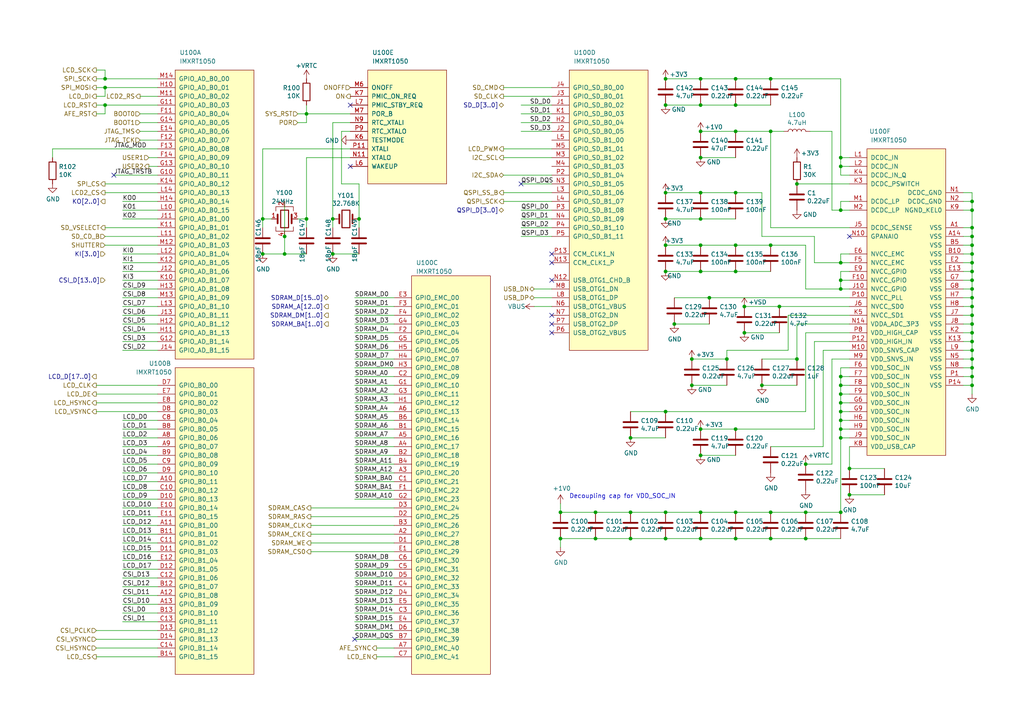
<source format=kicad_sch>
(kicad_sch (version 20210126) (generator eeschema)
  (paper "A4")
  (title_block (title "SitinaNe") (rev "R0.2") (company "Wenting"))
  (junction (at 30.48 22.86) (diameter 0.9144))
  (junction (at 30.48 25.4) (diameter 0.9144))
  (junction (at 30.48 30.48) (diameter 0.9144))
  (junction (at 76.2 63.5) (diameter 0.9144))
  (junction (at 76.2 73.66) (diameter 0.9144))
  (junction (at 82.55 68.58) (diameter 0.9144))
  (junction (at 82.55 73.66) (diameter 0.9144))
  (junction (at 88.9 33.02) (diameter 0.9144))
  (junction (at 88.9 63.5) (diameter 0.9144))
  (junction (at 96.52 63.5) (diameter 0.9144))
  (junction (at 96.52 73.66) (diameter 0.9144))
  (junction (at 104.14 63.5) (diameter 0.9144))
  (junction (at 162.56 148.59) (diameter 0.9144))
  (junction (at 162.56 156.21) (diameter 0.9144))
  (junction (at 172.72 148.59) (diameter 0.9144))
  (junction (at 172.72 156.21) (diameter 0.9144))
  (junction (at 182.88 127) (diameter 0.9144))
  (junction (at 182.88 148.59) (diameter 0.9144))
  (junction (at 182.88 156.21) (diameter 0.9144))
  (junction (at 193.04 22.86) (diameter 0.9144))
  (junction (at 193.04 30.48) (diameter 0.9144))
  (junction (at 193.04 55.88) (diameter 0.9144))
  (junction (at 193.04 63.5) (diameter 0.9144))
  (junction (at 193.04 71.12) (diameter 0.9144))
  (junction (at 193.04 78.74) (diameter 0.9144))
  (junction (at 193.04 119.38) (diameter 0.9144))
  (junction (at 193.04 148.59) (diameter 0.9144))
  (junction (at 193.04 156.21) (diameter 0.9144))
  (junction (at 195.58 93.98) (diameter 0.9144))
  (junction (at 200.66 104.14) (diameter 0.9144))
  (junction (at 200.66 111.76) (diameter 0.9144))
  (junction (at 203.2 22.86) (diameter 0.9144))
  (junction (at 203.2 30.48) (diameter 0.9144))
  (junction (at 203.2 38.1) (diameter 0.9144))
  (junction (at 203.2 45.72) (diameter 0.9144))
  (junction (at 203.2 55.88) (diameter 0.9144))
  (junction (at 203.2 63.5) (diameter 0.9144))
  (junction (at 203.2 71.12) (diameter 0.9144))
  (junction (at 203.2 78.74) (diameter 0.9144))
  (junction (at 203.2 124.46) (diameter 0.9144))
  (junction (at 203.2 132.08) (diameter 0.9144))
  (junction (at 203.2 148.59) (diameter 0.9144))
  (junction (at 203.2 156.21) (diameter 0.9144))
  (junction (at 205.74 86.36) (diameter 0.9144))
  (junction (at 210.82 104.14) (diameter 0.9144))
  (junction (at 213.36 22.86) (diameter 0.9144))
  (junction (at 213.36 30.48) (diameter 0.9144))
  (junction (at 213.36 38.1) (diameter 0.9144))
  (junction (at 213.36 55.88) (diameter 0.9144))
  (junction (at 213.36 71.12) (diameter 0.9144))
  (junction (at 213.36 78.74) (diameter 0.9144))
  (junction (at 213.36 124.46) (diameter 0.9144))
  (junction (at 213.36 148.59) (diameter 0.9144))
  (junction (at 213.36 156.21) (diameter 0.9144))
  (junction (at 215.9 88.9) (diameter 0.9144))
  (junction (at 215.9 96.52) (diameter 0.9144))
  (junction (at 220.98 111.76) (diameter 0.9144))
  (junction (at 223.52 22.86) (diameter 0.9144))
  (junction (at 223.52 38.1) (diameter 0.9144))
  (junction (at 223.52 71.12) (diameter 0.9144))
  (junction (at 223.52 148.59) (diameter 0.9144))
  (junction (at 223.52 156.21) (diameter 0.9144))
  (junction (at 226.06 88.9) (diameter 0.9144))
  (junction (at 231.14 53.34) (diameter 0.9144))
  (junction (at 231.14 104.14) (diameter 0.9144))
  (junction (at 233.68 134.62) (diameter 0.9144))
  (junction (at 233.68 148.59) (diameter 0.9144))
  (junction (at 233.68 156.21) (diameter 0.9144))
  (junction (at 243.84 45.72) (diameter 0.9144))
  (junction (at 243.84 48.26) (diameter 0.9144))
  (junction (at 243.84 60.96) (diameter 0.9144))
  (junction (at 243.84 76.2) (diameter 0.9144))
  (junction (at 243.84 81.28) (diameter 0.9144))
  (junction (at 243.84 83.82) (diameter 0.9144))
  (junction (at 243.84 109.22) (diameter 0.9144))
  (junction (at 243.84 111.76) (diameter 0.9144))
  (junction (at 243.84 114.3) (diameter 0.9144))
  (junction (at 243.84 116.84) (diameter 0.9144))
  (junction (at 243.84 119.38) (diameter 0.9144))
  (junction (at 243.84 121.92) (diameter 0.9144))
  (junction (at 243.84 124.46) (diameter 0.9144))
  (junction (at 243.84 127) (diameter 0.9144))
  (junction (at 243.84 148.59) (diameter 0.9144))
  (junction (at 246.38 135.89) (diameter 0.9144))
  (junction (at 246.38 143.51) (diameter 0.9144))
  (junction (at 281.94 58.42) (diameter 0.9144))
  (junction (at 281.94 60.96) (diameter 0.9144))
  (junction (at 281.94 66.04) (diameter 0.9144))
  (junction (at 281.94 68.58) (diameter 0.9144))
  (junction (at 281.94 71.12) (diameter 0.9144))
  (junction (at 281.94 73.66) (diameter 0.9144))
  (junction (at 281.94 76.2) (diameter 0.9144))
  (junction (at 281.94 78.74) (diameter 0.9144))
  (junction (at 281.94 81.28) (diameter 0.9144))
  (junction (at 281.94 83.82) (diameter 0.9144))
  (junction (at 281.94 86.36) (diameter 0.9144))
  (junction (at 281.94 88.9) (diameter 0.9144))
  (junction (at 281.94 91.44) (diameter 0.9144))
  (junction (at 281.94 93.98) (diameter 0.9144))
  (junction (at 281.94 96.52) (diameter 0.9144))
  (junction (at 281.94 99.06) (diameter 0.9144))
  (junction (at 281.94 101.6) (diameter 0.9144))
  (junction (at 281.94 104.14) (diameter 0.9144))
  (junction (at 281.94 106.68) (diameter 0.9144))
  (junction (at 281.94 109.22) (diameter 0.9144))
  (junction (at 281.94 111.76) (diameter 0.9144))
  (no_connect (at 33.02 50.8))
  (no_connect (at 101.6 30.48))
  (no_connect (at 101.6 48.26))
  (no_connect (at 102.87 185.42))
  (no_connect (at 151.13 53.34))
  (no_connect (at 160.02 73.66))
  (no_connect (at 160.02 76.2))
  (no_connect (at 160.02 81.28))
  (no_connect (at 160.02 91.44))
  (no_connect (at 160.02 93.98))
  (no_connect (at 160.02 96.52))
  (no_connect (at 246.38 68.58))
  (wire (pts (xy 15.24 43.18) (xy 15.24 45.72)))
  (wire (pts (xy 15.24 43.18) (xy 45.72 43.18)))
  (wire (pts (xy 27.94 20.32) (xy 30.48 20.32)))
  (wire (pts (xy 27.94 22.86) (xy 30.48 22.86)))
  (wire (pts (xy 27.94 25.4) (xy 30.48 25.4)))
  (wire (pts (xy 27.94 27.94) (xy 30.48 27.94)))
  (wire (pts (xy 27.94 30.48) (xy 30.48 30.48)))
  (wire (pts (xy 27.94 33.02) (xy 30.48 33.02)))
  (wire (pts (xy 27.94 111.76) (xy 45.72 111.76)))
  (wire (pts (xy 27.94 114.3) (xy 45.72 114.3)))
  (wire (pts (xy 27.94 116.84) (xy 45.72 116.84)))
  (wire (pts (xy 27.94 119.38) (xy 45.72 119.38)))
  (wire (pts (xy 27.94 182.88) (xy 45.72 182.88)))
  (wire (pts (xy 27.94 185.42) (xy 45.72 185.42)))
  (wire (pts (xy 27.94 187.96) (xy 45.72 187.96)))
  (wire (pts (xy 30.48 20.32) (xy 30.48 22.86)))
  (wire (pts (xy 30.48 22.86) (xy 45.72 22.86)))
  (wire (pts (xy 30.48 25.4) (xy 45.72 25.4)))
  (wire (pts (xy 30.48 27.94) (xy 30.48 25.4)))
  (wire (pts (xy 30.48 30.48) (xy 30.48 33.02)))
  (wire (pts (xy 30.48 30.48) (xy 45.72 30.48)))
  (wire (pts (xy 30.48 53.34) (xy 45.72 53.34)))
  (wire (pts (xy 30.48 55.88) (xy 45.72 55.88)))
  (wire (pts (xy 30.48 66.04) (xy 45.72 66.04)))
  (wire (pts (xy 30.48 68.58) (xy 45.72 68.58)))
  (wire (pts (xy 30.48 71.12) (xy 45.72 71.12)))
  (wire (pts (xy 33.02 50.8) (xy 45.72 50.8)))
  (wire (pts (xy 35.56 58.42) (xy 45.72 58.42)))
  (wire (pts (xy 35.56 60.96) (xy 45.72 60.96)))
  (wire (pts (xy 35.56 63.5) (xy 45.72 63.5)))
  (wire (pts (xy 35.56 73.66) (xy 45.72 73.66)))
  (wire (pts (xy 35.56 76.2) (xy 45.72 76.2)))
  (wire (pts (xy 35.56 78.74) (xy 45.72 78.74)))
  (wire (pts (xy 35.56 81.28) (xy 45.72 81.28)))
  (wire (pts (xy 35.56 83.82) (xy 45.72 83.82)))
  (wire (pts (xy 35.56 86.36) (xy 45.72 86.36)))
  (wire (pts (xy 35.56 88.9) (xy 45.72 88.9)))
  (wire (pts (xy 35.56 91.44) (xy 45.72 91.44)))
  (wire (pts (xy 35.56 93.98) (xy 45.72 93.98)))
  (wire (pts (xy 35.56 96.52) (xy 45.72 96.52)))
  (wire (pts (xy 35.56 99.06) (xy 45.72 99.06)))
  (wire (pts (xy 35.56 101.6) (xy 45.72 101.6)))
  (wire (pts (xy 35.56 121.92) (xy 45.72 121.92)))
  (wire (pts (xy 35.56 124.46) (xy 45.72 124.46)))
  (wire (pts (xy 35.56 127) (xy 45.72 127)))
  (wire (pts (xy 35.56 129.54) (xy 45.72 129.54)))
  (wire (pts (xy 35.56 132.08) (xy 45.72 132.08)))
  (wire (pts (xy 35.56 134.62) (xy 45.72 134.62)))
  (wire (pts (xy 35.56 137.16) (xy 45.72 137.16)))
  (wire (pts (xy 35.56 139.7) (xy 45.72 139.7)))
  (wire (pts (xy 35.56 142.24) (xy 45.72 142.24)))
  (wire (pts (xy 35.56 144.78) (xy 45.72 144.78)))
  (wire (pts (xy 35.56 147.32) (xy 45.72 147.32)))
  (wire (pts (xy 35.56 149.86) (xy 45.72 149.86)))
  (wire (pts (xy 35.56 152.4) (xy 45.72 152.4)))
  (wire (pts (xy 35.56 154.94) (xy 45.72 154.94)))
  (wire (pts (xy 35.56 157.48) (xy 45.72 157.48)))
  (wire (pts (xy 35.56 160.02) (xy 45.72 160.02)))
  (wire (pts (xy 35.56 162.56) (xy 45.72 162.56)))
  (wire (pts (xy 35.56 165.1) (xy 45.72 165.1)))
  (wire (pts (xy 35.56 167.64) (xy 45.72 167.64)))
  (wire (pts (xy 35.56 170.18) (xy 45.72 170.18)))
  (wire (pts (xy 35.56 172.72) (xy 45.72 172.72)))
  (wire (pts (xy 35.56 175.26) (xy 45.72 175.26)))
  (wire (pts (xy 35.56 177.8) (xy 45.72 177.8)))
  (wire (pts (xy 35.56 180.34) (xy 45.72 180.34)))
  (wire (pts (xy 40.64 27.94) (xy 45.72 27.94)))
  (wire (pts (xy 40.64 33.02) (xy 45.72 33.02)))
  (wire (pts (xy 40.64 35.56) (xy 45.72 35.56)))
  (wire (pts (xy 40.64 38.1) (xy 45.72 38.1)))
  (wire (pts (xy 40.64 40.64) (xy 45.72 40.64)))
  (wire (pts (xy 43.18 45.72) (xy 45.72 45.72)))
  (wire (pts (xy 43.18 48.26) (xy 45.72 48.26)))
  (wire (pts (xy 45.72 190.5) (xy 27.94 190.5)))
  (wire (pts (xy 76.2 43.18) (xy 76.2 63.5)))
  (wire (pts (xy 76.2 43.18) (xy 101.6 43.18)))
  (wire (pts (xy 76.2 66.04) (xy 76.2 63.5)))
  (wire (pts (xy 78.74 63.5) (xy 76.2 63.5)))
  (wire (pts (xy 82.55 58.42) (xy 82.55 68.58)))
  (wire (pts (xy 82.55 68.58) (xy 82.55 73.66)))
  (wire (pts (xy 82.55 73.66) (xy 76.2 73.66)))
  (wire (pts (xy 86.36 33.02) (xy 88.9 33.02)))
  (wire (pts (xy 86.36 35.56) (xy 88.9 35.56)))
  (wire (pts (xy 86.36 63.5) (xy 88.9 63.5)))
  (wire (pts (xy 88.9 30.48) (xy 88.9 33.02)))
  (wire (pts (xy 88.9 33.02) (xy 101.6 33.02)))
  (wire (pts (xy 88.9 35.56) (xy 88.9 33.02)))
  (wire (pts (xy 88.9 45.72) (xy 88.9 63.5)))
  (wire (pts (xy 88.9 45.72) (xy 101.6 45.72)))
  (wire (pts (xy 88.9 63.5) (xy 88.9 66.04)))
  (wire (pts (xy 88.9 73.66) (xy 82.55 73.66)))
  (wire (pts (xy 90.17 147.32) (xy 114.3 147.32)))
  (wire (pts (xy 90.17 149.86) (xy 114.3 149.86)))
  (wire (pts (xy 90.17 152.4) (xy 114.3 152.4)))
  (wire (pts (xy 90.17 154.94) (xy 114.3 154.94)))
  (wire (pts (xy 90.17 157.48) (xy 114.3 157.48)))
  (wire (pts (xy 90.17 160.02) (xy 114.3 160.02)))
  (wire (pts (xy 96.52 35.56) (xy 96.52 63.5)))
  (wire (pts (xy 96.52 35.56) (xy 101.6 35.56)))
  (wire (pts (xy 96.52 66.04) (xy 96.52 63.5)))
  (wire (pts (xy 99.06 38.1) (xy 101.6 38.1)))
  (wire (pts (xy 99.06 53.34) (xy 99.06 38.1)))
  (wire (pts (xy 102.87 86.36) (xy 114.3 86.36)))
  (wire (pts (xy 102.87 88.9) (xy 114.3 88.9)))
  (wire (pts (xy 102.87 91.44) (xy 114.3 91.44)))
  (wire (pts (xy 102.87 93.98) (xy 114.3 93.98)))
  (wire (pts (xy 102.87 96.52) (xy 114.3 96.52)))
  (wire (pts (xy 102.87 99.06) (xy 114.3 99.06)))
  (wire (pts (xy 102.87 101.6) (xy 114.3 101.6)))
  (wire (pts (xy 102.87 104.14) (xy 114.3 104.14)))
  (wire (pts (xy 102.87 106.68) (xy 114.3 106.68)))
  (wire (pts (xy 102.87 109.22) (xy 114.3 109.22)))
  (wire (pts (xy 102.87 111.76) (xy 114.3 111.76)))
  (wire (pts (xy 102.87 114.3) (xy 114.3 114.3)))
  (wire (pts (xy 102.87 116.84) (xy 114.3 116.84)))
  (wire (pts (xy 102.87 119.38) (xy 114.3 119.38)))
  (wire (pts (xy 102.87 121.92) (xy 114.3 121.92)))
  (wire (pts (xy 102.87 124.46) (xy 114.3 124.46)))
  (wire (pts (xy 102.87 127) (xy 114.3 127)))
  (wire (pts (xy 102.87 129.54) (xy 114.3 129.54)))
  (wire (pts (xy 102.87 132.08) (xy 114.3 132.08)))
  (wire (pts (xy 102.87 134.62) (xy 114.3 134.62)))
  (wire (pts (xy 102.87 137.16) (xy 114.3 137.16)))
  (wire (pts (xy 102.87 139.7) (xy 114.3 139.7)))
  (wire (pts (xy 102.87 142.24) (xy 114.3 142.24)))
  (wire (pts (xy 102.87 144.78) (xy 114.3 144.78)))
  (wire (pts (xy 102.87 162.56) (xy 114.3 162.56)))
  (wire (pts (xy 102.87 165.1) (xy 114.3 165.1)))
  (wire (pts (xy 102.87 167.64) (xy 114.3 167.64)))
  (wire (pts (xy 102.87 170.18) (xy 114.3 170.18)))
  (wire (pts (xy 102.87 172.72) (xy 114.3 172.72)))
  (wire (pts (xy 102.87 175.26) (xy 114.3 175.26)))
  (wire (pts (xy 102.87 177.8) (xy 114.3 177.8)))
  (wire (pts (xy 102.87 180.34) (xy 114.3 180.34)))
  (wire (pts (xy 102.87 182.88) (xy 114.3 182.88)))
  (wire (pts (xy 102.87 185.42) (xy 114.3 185.42)))
  (wire (pts (xy 104.14 53.34) (xy 99.06 53.34)))
  (wire (pts (xy 104.14 63.5) (xy 104.14 53.34)))
  (wire (pts (xy 104.14 66.04) (xy 104.14 63.5)))
  (wire (pts (xy 104.14 73.66) (xy 96.52 73.66)))
  (wire (pts (xy 109.22 187.96) (xy 114.3 187.96)))
  (wire (pts (xy 109.22 190.5) (xy 114.3 190.5)))
  (wire (pts (xy 146.05 25.4) (xy 160.02 25.4)))
  (wire (pts (xy 146.05 27.94) (xy 160.02 27.94)))
  (wire (pts (xy 146.05 43.18) (xy 160.02 43.18)))
  (wire (pts (xy 146.05 45.72) (xy 160.02 45.72)))
  (wire (pts (xy 146.05 50.8) (xy 160.02 50.8)))
  (wire (pts (xy 146.05 55.88) (xy 160.02 55.88)))
  (wire (pts (xy 146.05 58.42) (xy 160.02 58.42)))
  (wire (pts (xy 151.13 30.48) (xy 160.02 30.48)))
  (wire (pts (xy 151.13 33.02) (xy 160.02 33.02)))
  (wire (pts (xy 151.13 35.56) (xy 160.02 35.56)))
  (wire (pts (xy 151.13 38.1) (xy 160.02 38.1)))
  (wire (pts (xy 151.13 53.34) (xy 160.02 53.34)))
  (wire (pts (xy 151.13 60.96) (xy 160.02 60.96)))
  (wire (pts (xy 151.13 63.5) (xy 160.02 63.5)))
  (wire (pts (xy 151.13 66.04) (xy 160.02 66.04)))
  (wire (pts (xy 151.13 68.58) (xy 160.02 68.58)))
  (wire (pts (xy 154.94 83.82) (xy 160.02 83.82)))
  (wire (pts (xy 154.94 86.36) (xy 160.02 86.36)))
  (wire (pts (xy 154.94 88.9) (xy 160.02 88.9)))
  (wire (pts (xy 162.56 148.59) (xy 162.56 146.05)))
  (wire (pts (xy 162.56 148.59) (xy 172.72 148.59)))
  (wire (pts (xy 162.56 158.75) (xy 162.56 156.21)))
  (wire (pts (xy 172.72 148.59) (xy 182.88 148.59)))
  (wire (pts (xy 172.72 156.21) (xy 162.56 156.21)))
  (wire (pts (xy 182.88 148.59) (xy 193.04 148.59)))
  (wire (pts (xy 182.88 156.21) (xy 172.72 156.21)))
  (wire (pts (xy 193.04 22.86) (xy 203.2 22.86)))
  (wire (pts (xy 193.04 30.48) (xy 203.2 30.48)))
  (wire (pts (xy 193.04 55.88) (xy 203.2 55.88)))
  (wire (pts (xy 193.04 63.5) (xy 203.2 63.5)))
  (wire (pts (xy 193.04 71.12) (xy 203.2 71.12)))
  (wire (pts (xy 193.04 78.74) (xy 203.2 78.74)))
  (wire (pts (xy 193.04 119.38) (xy 182.88 119.38)))
  (wire (pts (xy 193.04 119.38) (xy 233.68 119.38)))
  (wire (pts (xy 193.04 127) (xy 182.88 127)))
  (wire (pts (xy 193.04 148.59) (xy 203.2 148.59)))
  (wire (pts (xy 193.04 156.21) (xy 182.88 156.21)))
  (wire (pts (xy 195.58 86.36) (xy 205.74 86.36)))
  (wire (pts (xy 203.2 22.86) (xy 213.36 22.86)))
  (wire (pts (xy 203.2 30.48) (xy 213.36 30.48)))
  (wire (pts (xy 203.2 38.1) (xy 213.36 38.1)))
  (wire (pts (xy 203.2 55.88) (xy 213.36 55.88)))
  (wire (pts (xy 203.2 63.5) (xy 213.36 63.5)))
  (wire (pts (xy 203.2 71.12) (xy 213.36 71.12)))
  (wire (pts (xy 203.2 78.74) (xy 213.36 78.74)))
  (wire (pts (xy 203.2 148.59) (xy 213.36 148.59)))
  (wire (pts (xy 203.2 156.21) (xy 193.04 156.21)))
  (wire (pts (xy 205.74 86.36) (xy 246.38 86.36)))
  (wire (pts (xy 205.74 93.98) (xy 195.58 93.98)))
  (wire (pts (xy 210.82 101.6) (xy 210.82 104.14)))
  (wire (pts (xy 210.82 101.6) (xy 228.6 101.6)))
  (wire (pts (xy 210.82 104.14) (xy 200.66 104.14)))
  (wire (pts (xy 210.82 111.76) (xy 200.66 111.76)))
  (wire (pts (xy 213.36 22.86) (xy 223.52 22.86)))
  (wire (pts (xy 213.36 30.48) (xy 223.52 30.48)))
  (wire (pts (xy 213.36 38.1) (xy 223.52 38.1)))
  (wire (pts (xy 213.36 45.72) (xy 203.2 45.72)))
  (wire (pts (xy 213.36 55.88) (xy 220.98 55.88)))
  (wire (pts (xy 213.36 71.12) (xy 223.52 71.12)))
  (wire (pts (xy 213.36 78.74) (xy 223.52 78.74)))
  (wire (pts (xy 213.36 124.46) (xy 203.2 124.46)))
  (wire (pts (xy 213.36 124.46) (xy 236.22 124.46)))
  (wire (pts (xy 213.36 132.08) (xy 203.2 132.08)))
  (wire (pts (xy 213.36 148.59) (xy 223.52 148.59)))
  (wire (pts (xy 213.36 156.21) (xy 203.2 156.21)))
  (wire (pts (xy 220.98 55.88) (xy 220.98 68.58)))
  (wire (pts (xy 220.98 68.58) (xy 236.22 68.58)))
  (wire (pts (xy 220.98 104.14) (xy 231.14 104.14)))
  (wire (pts (xy 223.52 22.86) (xy 243.84 22.86)))
  (wire (pts (xy 223.52 38.1) (xy 223.52 66.04)))
  (wire (pts (xy 223.52 38.1) (xy 227.33 38.1)))
  (wire (pts (xy 223.52 66.04) (xy 246.38 66.04)))
  (wire (pts (xy 223.52 71.12) (xy 233.68 71.12)))
  (wire (pts (xy 223.52 129.54) (xy 238.76 129.54)))
  (wire (pts (xy 223.52 148.59) (xy 233.68 148.59)))
  (wire (pts (xy 223.52 156.21) (xy 213.36 156.21)))
  (wire (pts (xy 226.06 88.9) (xy 215.9 88.9)))
  (wire (pts (xy 226.06 96.52) (xy 215.9 96.52)))
  (wire (pts (xy 228.6 101.6) (xy 228.6 91.44)))
  (wire (pts (xy 231.14 53.34) (xy 246.38 53.34)))
  (wire (pts (xy 231.14 104.14) (xy 231.14 93.98)))
  (wire (pts (xy 231.14 111.76) (xy 220.98 111.76)))
  (wire (pts (xy 233.68 71.12) (xy 233.68 83.82)))
  (wire (pts (xy 233.68 83.82) (xy 243.84 83.82)))
  (wire (pts (xy 233.68 96.52) (xy 233.68 119.38)))
  (wire (pts (xy 233.68 134.62) (xy 241.3 134.62)))
  (wire (pts (xy 233.68 148.59) (xy 243.84 148.59)))
  (wire (pts (xy 233.68 156.21) (xy 223.52 156.21)))
  (wire (pts (xy 234.95 38.1) (xy 241.3 38.1)))
  (wire (pts (xy 236.22 68.58) (xy 236.22 76.2)))
  (wire (pts (xy 236.22 76.2) (xy 243.84 76.2)))
  (wire (pts (xy 236.22 99.06) (xy 236.22 124.46)))
  (wire (pts (xy 238.76 101.6) (xy 238.76 129.54)))
  (wire (pts (xy 238.76 101.6) (xy 246.38 101.6)))
  (wire (pts (xy 241.3 38.1) (xy 241.3 60.96)))
  (wire (pts (xy 241.3 104.14) (xy 241.3 134.62)))
  (wire (pts (xy 243.84 22.86) (xy 243.84 45.72)))
  (wire (pts (xy 243.84 45.72) (xy 243.84 48.26)))
  (wire (pts (xy 243.84 48.26) (xy 243.84 50.8)))
  (wire (pts (xy 243.84 60.96) (xy 241.3 60.96)))
  (wire (pts (xy 243.84 60.96) (xy 243.84 58.42)))
  (wire (pts (xy 243.84 60.96) (xy 246.38 60.96)))
  (wire (pts (xy 243.84 73.66) (xy 243.84 76.2)))
  (wire (pts (xy 243.84 78.74) (xy 243.84 81.28)))
  (wire (pts (xy 243.84 81.28) (xy 243.84 83.82)))
  (wire (pts (xy 243.84 83.82) (xy 246.38 83.82)))
  (wire (pts (xy 243.84 106.68) (xy 243.84 109.22)))
  (wire (pts (xy 243.84 109.22) (xy 243.84 111.76)))
  (wire (pts (xy 243.84 111.76) (xy 243.84 114.3)))
  (wire (pts (xy 243.84 114.3) (xy 243.84 116.84)))
  (wire (pts (xy 243.84 116.84) (xy 243.84 119.38)))
  (wire (pts (xy 243.84 119.38) (xy 243.84 121.92)))
  (wire (pts (xy 243.84 121.92) (xy 243.84 124.46)))
  (wire (pts (xy 243.84 124.46) (xy 243.84 127)))
  (wire (pts (xy 243.84 127) (xy 243.84 148.59)))
  (wire (pts (xy 243.84 156.21) (xy 233.68 156.21)))
  (wire (pts (xy 246.38 45.72) (xy 243.84 45.72)))
  (wire (pts (xy 246.38 48.26) (xy 243.84 48.26)))
  (wire (pts (xy 246.38 50.8) (xy 243.84 50.8)))
  (wire (pts (xy 246.38 58.42) (xy 243.84 58.42)))
  (wire (pts (xy 246.38 73.66) (xy 243.84 73.66)))
  (wire (pts (xy 246.38 76.2) (xy 243.84 76.2)))
  (wire (pts (xy 246.38 78.74) (xy 243.84 78.74)))
  (wire (pts (xy 246.38 81.28) (xy 243.84 81.28)))
  (wire (pts (xy 246.38 88.9) (xy 226.06 88.9)))
  (wire (pts (xy 246.38 91.44) (xy 228.6 91.44)))
  (wire (pts (xy 246.38 93.98) (xy 231.14 93.98)))
  (wire (pts (xy 246.38 96.52) (xy 233.68 96.52)))
  (wire (pts (xy 246.38 99.06) (xy 236.22 99.06)))
  (wire (pts (xy 246.38 104.14) (xy 241.3 104.14)))
  (wire (pts (xy 246.38 106.68) (xy 243.84 106.68)))
  (wire (pts (xy 246.38 109.22) (xy 243.84 109.22)))
  (wire (pts (xy 246.38 111.76) (xy 243.84 111.76)))
  (wire (pts (xy 246.38 114.3) (xy 243.84 114.3)))
  (wire (pts (xy 246.38 116.84) (xy 243.84 116.84)))
  (wire (pts (xy 246.38 119.38) (xy 243.84 119.38)))
  (wire (pts (xy 246.38 121.92) (xy 243.84 121.92)))
  (wire (pts (xy 246.38 124.46) (xy 243.84 124.46)))
  (wire (pts (xy 246.38 127) (xy 243.84 127)))
  (wire (pts (xy 246.38 129.54) (xy 246.38 135.89)))
  (wire (pts (xy 246.38 135.89) (xy 256.54 135.89)))
  (wire (pts (xy 256.54 143.51) (xy 246.38 143.51)))
  (wire (pts (xy 279.4 55.88) (xy 281.94 55.88)))
  (wire (pts (xy 279.4 58.42) (xy 281.94 58.42)))
  (wire (pts (xy 279.4 60.96) (xy 281.94 60.96)))
  (wire (pts (xy 279.4 66.04) (xy 281.94 66.04)))
  (wire (pts (xy 279.4 68.58) (xy 281.94 68.58)))
  (wire (pts (xy 279.4 71.12) (xy 281.94 71.12)))
  (wire (pts (xy 279.4 73.66) (xy 281.94 73.66)))
  (wire (pts (xy 279.4 76.2) (xy 281.94 76.2)))
  (wire (pts (xy 279.4 78.74) (xy 281.94 78.74)))
  (wire (pts (xy 279.4 81.28) (xy 281.94 81.28)))
  (wire (pts (xy 279.4 83.82) (xy 281.94 83.82)))
  (wire (pts (xy 279.4 86.36) (xy 281.94 86.36)))
  (wire (pts (xy 279.4 88.9) (xy 281.94 88.9)))
  (wire (pts (xy 279.4 91.44) (xy 281.94 91.44)))
  (wire (pts (xy 279.4 93.98) (xy 281.94 93.98)))
  (wire (pts (xy 279.4 96.52) (xy 281.94 96.52)))
  (wire (pts (xy 279.4 99.06) (xy 281.94 99.06)))
  (wire (pts (xy 279.4 101.6) (xy 281.94 101.6)))
  (wire (pts (xy 279.4 104.14) (xy 281.94 104.14)))
  (wire (pts (xy 279.4 106.68) (xy 281.94 106.68)))
  (wire (pts (xy 279.4 109.22) (xy 281.94 109.22)))
  (wire (pts (xy 279.4 111.76) (xy 281.94 111.76)))
  (wire (pts (xy 281.94 55.88) (xy 281.94 58.42)))
  (wire (pts (xy 281.94 58.42) (xy 281.94 60.96)))
  (wire (pts (xy 281.94 60.96) (xy 281.94 66.04)))
  (wire (pts (xy 281.94 66.04) (xy 281.94 68.58)))
  (wire (pts (xy 281.94 68.58) (xy 281.94 71.12)))
  (wire (pts (xy 281.94 71.12) (xy 281.94 73.66)))
  (wire (pts (xy 281.94 73.66) (xy 281.94 76.2)))
  (wire (pts (xy 281.94 76.2) (xy 281.94 78.74)))
  (wire (pts (xy 281.94 78.74) (xy 281.94 81.28)))
  (wire (pts (xy 281.94 81.28) (xy 281.94 83.82)))
  (wire (pts (xy 281.94 83.82) (xy 281.94 86.36)))
  (wire (pts (xy 281.94 86.36) (xy 281.94 88.9)))
  (wire (pts (xy 281.94 88.9) (xy 281.94 91.44)))
  (wire (pts (xy 281.94 91.44) (xy 281.94 93.98)))
  (wire (pts (xy 281.94 93.98) (xy 281.94 96.52)))
  (wire (pts (xy 281.94 96.52) (xy 281.94 99.06)))
  (wire (pts (xy 281.94 99.06) (xy 281.94 101.6)))
  (wire (pts (xy 281.94 101.6) (xy 281.94 104.14)))
  (wire (pts (xy 281.94 104.14) (xy 281.94 106.68)))
  (wire (pts (xy 281.94 106.68) (xy 281.94 109.22)))
  (wire (pts (xy 281.94 109.22) (xy 281.94 111.76)))
  (wire (pts (xy 281.94 111.76) (xy 281.94 114.3)))
  (text "Decoupling cap for VDD_SOC_IN" (at 165.1 144.78 0) (effects (font (size 1.27 1.27)) (justify left bottom)))
  (label "JTAG_MOD" (at 33.02 43.18 0))
  (label "JTAG_TRSTB" (at 33.02 50.8 0))
  (label "KO0" (at 35.56 58.42 0))
  (label "KO1" (at 35.56 60.96 0))
  (label "KO2" (at 35.56 63.5 0))
  (label "KI0" (at 35.56 73.66 0))
  (label "KI1" (at 35.56 76.2 0))
  (label "KI2" (at 35.56 78.74 0))
  (label "KI3" (at 35.56 81.28 0))
  (label "CSI_D9" (at 35.56 83.82 0))
  (label "CSI_D8" (at 35.56 86.36 0))
  (label "CSI_D7" (at 35.56 88.9 0))
  (label "CSI_D6" (at 35.56 91.44 0))
  (label "CSI_D5" (at 35.56 93.98 0))
  (label "CSI_D4" (at 35.56 96.52 0))
  (label "CSI_D3" (at 35.56 99.06 0))
  (label "CSI_D2" (at 35.56 101.6 0))
  (label "LCD_D0" (at 35.56 121.92 0))
  (label "LCD_D1" (at 35.56 124.46 0))
  (label "LCD_D2" (at 35.56 127 0))
  (label "LCD_D3" (at 35.56 129.54 0))
  (label "LCD_D4" (at 35.56 132.08 0))
  (label "LCD_D5" (at 35.56 134.62 0))
  (label "LCD_D6" (at 35.56 137.16 0))
  (label "LCD_D7" (at 35.56 139.7 0))
  (label "LCD_D8" (at 35.56 142.24 0))
  (label "LCD_D9" (at 35.56 144.78 0))
  (label "LCD_D10" (at 35.56 147.32 0))
  (label "LCD_D11" (at 35.56 149.86 0))
  (label "LCD_D12" (at 35.56 152.4 0))
  (label "LCD_D13" (at 35.56 154.94 0))
  (label "LCD_D14" (at 35.56 157.48 0))
  (label "LCD_D15" (at 35.56 160.02 0))
  (label "LCD_D16" (at 35.56 162.56 0))
  (label "LCD_D17" (at 35.56 165.1 0))
  (label "CSI_D13" (at 35.56 167.64 0))
  (label "CSI_D12" (at 35.56 170.18 0))
  (label "CSI_D11" (at 35.56 172.72 0))
  (label "CSI_D10" (at 35.56 175.26 0))
  (label "CSI_D0" (at 35.56 177.8 0))
  (label "CSI_D1" (at 35.56 180.34 0))
  (label "SDRAM_D0" (at 102.87 86.36 0))
  (label "SDRAM_D1" (at 102.87 88.9 0))
  (label "SDRAM_D2" (at 102.87 91.44 0))
  (label "SDRAM_D3" (at 102.87 93.98 0))
  (label "SDRAM_D4" (at 102.87 96.52 0))
  (label "SDRAM_D5" (at 102.87 99.06 0))
  (label "SDRAM_D6" (at 102.87 101.6 0))
  (label "SDRAM_D7" (at 102.87 104.14 0))
  (label "SDRAM_DM0" (at 102.87 106.68 0))
  (label "SDRAM_A0" (at 102.87 109.22 0))
  (label "SDRAM_A1" (at 102.87 111.76 0))
  (label "SDRAM_A2" (at 102.87 114.3 0))
  (label "SDRAM_A3" (at 102.87 116.84 0))
  (label "SDRAM_A4" (at 102.87 119.38 0))
  (label "SDRAM_A5" (at 102.87 121.92 0))
  (label "SDRAM_A6" (at 102.87 124.46 0))
  (label "SDRAM_A7" (at 102.87 127 0))
  (label "SDRAM_A8" (at 102.87 129.54 0))
  (label "SDRAM_A9" (at 102.87 132.08 0))
  (label "SDRAM_A11" (at 102.87 134.62 0))
  (label "SDRAM_A12" (at 102.87 137.16 0))
  (label "SDRAM_BA0" (at 102.87 139.7 0))
  (label "SDRAM_BA1" (at 102.87 142.24 0))
  (label "SDRAM_A10" (at 102.87 144.78 0))
  (label "SDRAM_D8" (at 102.87 162.56 0))
  (label "SDRAM_D9" (at 102.87 165.1 0))
  (label "SDRAM_D10" (at 102.87 167.64 0))
  (label "SDRAM_D11" (at 102.87 170.18 0))
  (label "SDRAM_D12" (at 102.87 172.72 0))
  (label "SDRAM_D13" (at 102.87 175.26 0))
  (label "SDRAM_D14" (at 102.87 177.8 0))
  (label "SDRAM_D15" (at 102.87 180.34 0))
  (label "SDRAM_DM1" (at 102.87 182.88 0))
  (label "SDRAM_DQS" (at 102.87 185.42 0))
  (label "QSPI_DQS" (at 151.13 53.34 0))
  (label "QSPI_D0" (at 151.13 60.96 0))
  (label "QSPI_D1" (at 151.13 63.5 0))
  (label "QSPI_D2" (at 151.13 66.04 0))
  (label "QSPI_D3" (at 151.13 68.58 0))
  (label "SD_D0" (at 153.67 30.48 0))
  (label "SD_D1" (at 153.67 33.02 0))
  (label "SD_D2" (at 153.67 35.56 0))
  (label "SD_D3" (at 153.67 38.1 0))
  (hierarchical_label "LCD_SCK" (shape output) (at 27.94 20.32 180))
  (hierarchical_label "SPI_SCK" (shape output) (at 27.94 22.86 180))
  (hierarchical_label "SPI_MOSI" (shape output) (at 27.94 25.4 180))
  (hierarchical_label "LCD_DI" (shape output) (at 27.94 27.94 180))
  (hierarchical_label "LCD_RST" (shape output) (at 27.94 30.48 180))
  (hierarchical_label "AFE_RST" (shape output) (at 27.94 33.02 180))
  (hierarchical_label "LCD_D[17..0]" (shape output) (at 27.94 109.22 180))
  (hierarchical_label "LCD_CLK" (shape output) (at 27.94 111.76 180))
  (hierarchical_label "LCD_DE" (shape output) (at 27.94 114.3 180))
  (hierarchical_label "LCD_HSYNC" (shape output) (at 27.94 116.84 180))
  (hierarchical_label "LCD_VSYNC" (shape output) (at 27.94 119.38 180))
  (hierarchical_label "CSI_PCLK" (shape input) (at 27.94 182.88 180))
  (hierarchical_label "CSI_VSYNC" (shape input) (at 27.94 185.42 180))
  (hierarchical_label "CSI_HSYNC" (shape input) (at 27.94 187.96 180))
  (hierarchical_label "LCD_CS" (shape output) (at 27.94 190.5 180))
  (hierarchical_label "SPI_CS" (shape output) (at 30.48 53.34 180))
  (hierarchical_label "LCD2_CS" (shape output) (at 30.48 55.88 180))
  (hierarchical_label "KO[2..0]" (shape output) (at 30.48 58.42 180))
  (hierarchical_label "SD_VSELECT" (shape output) (at 30.48 66.04 180))
  (hierarchical_label "SD_CD_B" (shape input) (at 30.48 68.58 180))
  (hierarchical_label "SHUTTER" (shape input) (at 30.48 71.12 180))
  (hierarchical_label "KI[3..0]" (shape input) (at 30.48 73.66 180))
  (hierarchical_label "CSI_D[13..0]" (shape input) (at 30.48 81.28 180))
  (hierarchical_label "LCD2_RS" (shape output) (at 40.64 27.94 180))
  (hierarchical_label "BOOT0" (shape input) (at 40.64 33.02 180))
  (hierarchical_label "BOOT1" (shape input) (at 40.64 35.56 180))
  (hierarchical_label "JTAG_TMS" (shape bidirectional) (at 40.64 38.1 180))
  (hierarchical_label "JTAG_TCK" (shape input) (at 40.64 40.64 180))
  (hierarchical_label "USER1" (shape input) (at 43.18 45.72 180))
  (hierarchical_label "USER2" (shape output) (at 43.18 48.26 180))
  (hierarchical_label "SYS_RST" (shape input) (at 86.36 33.02 180))
  (hierarchical_label "POR" (shape input) (at 86.36 35.56 180))
  (hierarchical_label "SDRAM_CAS" (shape output) (at 90.17 147.32 180))
  (hierarchical_label "SDRAM_RAS" (shape output) (at 90.17 149.86 180))
  (hierarchical_label "SDRAM_CLK" (shape output) (at 90.17 152.4 180))
  (hierarchical_label "SDRAM_CKE" (shape output) (at 90.17 154.94 180))
  (hierarchical_label "SDRAM_WE" (shape output) (at 90.17 157.48 180))
  (hierarchical_label "SDRAM_CS0" (shape output) (at 90.17 160.02 180))
  (hierarchical_label "SDRAM_D[15..0]" (shape bidirectional) (at 95.25 86.36 180))
  (hierarchical_label "SDRAM_A[12..0]" (shape output) (at 95.25 88.9 180))
  (hierarchical_label "SDRAM_DM[1..0]" (shape output) (at 95.25 91.44 180))
  (hierarchical_label "SDRAM_BA[1..0]" (shape output) (at 95.25 93.98 180))
  (hierarchical_label "ONOFF" (shape input) (at 101.6 25.4 180))
  (hierarchical_label "ON" (shape output) (at 101.6 27.94 180))
  (hierarchical_label "AFE_SYNC" (shape output) (at 109.22 187.96 180))
  (hierarchical_label "LCD_EN" (shape output) (at 109.22 190.5 180))
  (hierarchical_label "SD_CMD" (shape output) (at 146.05 25.4 180))
  (hierarchical_label "SD_CLK" (shape output) (at 146.05 27.94 180))
  (hierarchical_label "SD_D[3..0]" (shape bidirectional) (at 146.05 30.48 180))
  (hierarchical_label "LCD_PWM" (shape output) (at 146.05 43.18 180))
  (hierarchical_label "I2C_SCL" (shape output) (at 146.05 45.72 180))
  (hierarchical_label "I2C_SDA" (shape bidirectional) (at 146.05 50.8 180))
  (hierarchical_label "QSPI_SS_B" (shape output) (at 146.05 55.88 180))
  (hierarchical_label "QSPI_SCK" (shape output) (at 146.05 58.42 180))
  (hierarchical_label "QSPI_D[3..0]" (shape bidirectional) (at 146.05 60.96 180))
  (hierarchical_label "USB_DN" (shape bidirectional) (at 154.94 83.82 180))
  (hierarchical_label "USB_DP" (shape bidirectional) (at 154.94 86.36 180))
  (symbol (lib_id "Sitina:+VRTC") (at 88.9 22.86 0) (unit 1)
    (property "Reference" "#PWR0110" (effects hide))
    (property "Value" "+VRTC" (at 88.9 19.05 0))
  )
  (symbol (lib_id "power:VBUS") (at 154.94 88.9 90) (mirror x) (unit 1)
    (property "Reference" "#PWR0141" (effects hide))
    (property "Value" "VBUS" (at 149.86 88.9 90))
  )
  (symbol (lib_id "power:+1V0") (at 162.56 146.05 0) (unit 1)
    (property "Reference" "#PWR0118" (effects hide))
    (property "Value" "+1V0" (at 162.941 141.6558 0))
  )
  (symbol (lib_id "power:+3V3") (at 193.04 22.86 0) (unit 1)
    (property "Reference" "#PWR0119" (effects hide))
    (property "Value" "+3V3" (at 196.85 21.59 0))
  )
  (symbol (lib_id "power:+3V3") (at 193.04 55.88 0) (unit 1)
    (property "Reference" "#PWR0138" (effects hide))
    (property "Value" "+3V3" (at 195.58 54.61 0))
  )
  (symbol (lib_id "power:+3V3") (at 193.04 71.12 0) (unit 1)
    (property "Reference" "#PWR0123" (effects hide))
    (property "Value" "+3V3" (at 195.58 69.85 0))
  )
  (symbol (lib_id "power:+3V3") (at 200.66 104.14 0) (unit 1)
    (property "Reference" "#PWR0142" (effects hide))
    (property "Value" "+3V3" (at 204.47 102.87 0))
  )
  (symbol (lib_id "power:+1V0") (at 203.2 38.1 0) (unit 1)
    (property "Reference" "#PWR0121" (effects hide))
    (property "Value" "+1V0" (at 207.01 36.83 0))
  )
  (symbol (lib_id "power:+3V3") (at 203.2 124.46 0) (unit 1)
    (property "Reference" "#PWR0129" (effects hide))
    (property "Value" "+3V3" (at 207.01 123.19 0))
  )
  (symbol (lib_id "Sitina:+VSD") (at 215.9 88.9 0) (unit 1)
    (property "Reference" "#PWR0125" (effects hide))
    (property "Value" "+VSD" (at 219.71 87.63 0))
  )
  (symbol (lib_id "power:+3V3") (at 231.14 45.72 0) (unit 1)
    (property "Reference" "#PWR0109" (effects hide))
    (property "Value" "+3V3" (at 234.95 44.45 0))
  )
  (symbol (lib_id "Sitina:+VRTC") (at 233.68 134.62 0) (unit 1)
    (property "Reference" "#PWR0135" (effects hide))
    (property "Value" "+VRTC" (at 237.49 132.08 0))
  )
  (symbol (lib_id "power:GND") (at 15.24 53.34 0) (unit 1)
    (property "Reference" "#PWR0139" (effects hide))
    (property "Value" "GND" (at 15.367 57.7342 0))
  )
  (symbol (lib_id "power:GND") (at 76.2 73.66 0) (unit 1)
    (property "Reference" "#PWR0143" (effects hide))
    (property "Value" "GND" (at 76.327 78.0542 0))
  )
  (symbol (lib_id "power:GND") (at 96.52 73.66 0) (unit 1)
    (property "Reference" "#PWR0144" (effects hide))
    (property "Value" "GND" (at 96.647 78.0542 0))
  )
  (symbol (lib_id "power:GND") (at 101.6 40.64 270) (unit 1)
    (property "Reference" "#PWR0148" (effects hide))
    (property "Value" "GND" (at 98.3488 40.767 90) (effects (justify right)))
  )
  (symbol (lib_id "power:GND") (at 162.56 158.75 0) (unit 1)
    (property "Reference" "#PWR0111" (effects hide))
    (property "Value" "GND" (at 162.687 163.1442 0))
  )
  (symbol (lib_id "power:GND") (at 182.88 127 0) (unit 1)
    (property "Reference" "#PWR0114" (effects hide))
    (property "Value" "GND" (at 183.007 131.3942 0))
  )
  (symbol (lib_id "power:GND") (at 193.04 30.48 0) (unit 1)
    (property "Reference" "#PWR0117" (effects hide))
    (property "Value" "GND" (at 196.85 31.75 0))
  )
  (symbol (lib_id "power:GND") (at 193.04 63.5 0) (unit 1)
    (property "Reference" "#PWR0137" (effects hide))
    (property "Value" "GND" (at 195.58 64.77 0))
  )
  (symbol (lib_id "power:GND") (at 193.04 78.74 0) (unit 1)
    (property "Reference" "#PWR0122" (effects hide))
    (property "Value" "GND" (at 195.58 80.01 0))
  )
  (symbol (lib_id "power:GND") (at 195.58 93.98 0) (unit 1)
    (property "Reference" "#PWR0115" (effects hide))
    (property "Value" "GND" (at 195.707 98.3742 0))
  )
  (symbol (lib_id "power:GND") (at 200.66 111.76 0) (unit 1)
    (property "Reference" "#PWR0126" (effects hide))
    (property "Value" "GND" (at 204.47 113.03 0))
  )
  (symbol (lib_id "power:GND") (at 203.2 45.72 0) (unit 1)
    (property "Reference" "#PWR0120" (effects hide))
    (property "Value" "GND" (at 207.01 46.99 0))
  )
  (symbol (lib_id "power:GND") (at 203.2 132.08 0) (unit 1)
    (property "Reference" "#PWR0128" (effects hide))
    (property "Value" "GND" (at 207.01 133.35 0))
  )
  (symbol (lib_id "power:GND") (at 215.9 96.52 0) (unit 1)
    (property "Reference" "#PWR0124" (effects hide))
    (property "Value" "GND" (at 219.71 97.79 0))
  )
  (symbol (lib_id "power:GND") (at 220.98 111.76 0) (unit 1)
    (property "Reference" "#PWR0127" (effects hide))
    (property "Value" "GND" (at 221.107 116.1542 0))
  )
  (symbol (lib_id "power:GND") (at 223.52 137.16 0) (unit 1)
    (property "Reference" "#PWR0132" (effects hide))
    (property "Value" "GND" (at 223.647 141.5542 0))
  )
  (symbol (lib_id "power:GND") (at 231.14 60.96 0) (unit 1)
    (property "Reference" "#PWR0108" (effects hide))
    (property "Value" "GND" (at 234.95 62.23 0))
  )
  (symbol (lib_id "power:GND") (at 233.68 142.24 0) (unit 1)
    (property "Reference" "#PWR0134" (effects hide))
    (property "Value" "GND" (at 233.807 146.6342 0))
  )
  (symbol (lib_id "power:GND") (at 246.38 143.51 0) (unit 1)
    (property "Reference" "#PWR0130" (effects hide))
    (property "Value" "GND" (at 246.507 147.9042 0))
  )
  (symbol (lib_id "power:GND") (at 281.94 114.3 0) (unit 1)
    (property "Reference" "#PWR0116" (effects hide))
    (property "Value" "GND" (at 282.067 118.6942 0))
  )
  (symbol (lib_id "Device:L") (at 231.14 38.1 90) (unit 1)
    (property "Reference" "L100" (at 231.14 33.274 90))
    (property "Value" "4.7uH" (at 231.14 35.5854 90))
    (property "Footprint" "Inductor_SMD:L_Vishay_IHLP-1212" (effects hide))
  )
  (symbol (lib_id "Device:R") (at 15.24 49.53 0) (unit 1)
    (property "Reference" "R102" (at 17.018 48.3616 0) (effects (justify left)))
    (property "Value" "10K" (at 17.018 50.673 0) (effects (justify left)))
    (property "Footprint" "Resistor_SMD:R_0402_1005Metric" (effects hide))
  )
  (symbol (lib_id "Device:R") (at 88.9 26.67 0) (mirror y) (unit 1)
    (property "Reference" "R100" (at 87.122 25.5016 0) (effects (justify left)))
    (property "Value" "10K" (at 87.122 27.813 0) (effects (justify left)))
    (property "Footprint" "Resistor_SMD:R_0402_1005Metric" (effects hide))
  )
  (symbol (lib_id "Device:R") (at 231.14 49.53 0) (unit 1)
    (property "Reference" "R1" (at 232.918 48.3616 0) (effects (justify left)))
    (property "Value" "30K" (at 232.918 50.673 0) (effects (justify left)))
    (property "Footprint" "Resistor_SMD:R_0402_1005Metric" (effects hide))
  )
  (symbol (lib_id "Device:C") (at 76.2 69.85 0) (unit 1)
    (property "Reference" "C146" (at 74.93 68.58 90) (effects (justify left)))
    (property "Value" "18pF" (at 74.93 76.2 90) (effects (justify left)))
    (property "Footprint" "Capacitor_SMD:C_0402_1005Metric" (effects hide))
  )
  (symbol (lib_id "Device:C") (at 88.9 69.85 0) (unit 1)
    (property "Reference" "C147" (at 87.63 68.58 90) (effects (justify left)))
    (property "Value" "18pF" (at 87.63 76.2 90) (effects (justify left)))
    (property "Footprint" "Capacitor_SMD:C_0402_1005Metric" (effects hide))
  )
  (symbol (lib_id "Device:C") (at 96.52 69.85 180) (unit 1)
    (property "Reference" "C148" (at 95.25 66.04 90))
    (property "Value" "18pF" (at 95.25 73.66 90))
    (property "Footprint" "Capacitor_SMD:C_0402_1005Metric" (effects hide))
  )
  (symbol (lib_id "Device:C") (at 104.14 69.85 180) (unit 1)
    (property "Reference" "C149" (at 102.87 66.04 90))
    (property "Value" "18pF" (at 102.87 73.66 90))
    (property "Footprint" "Capacitor_SMD:C_0402_1005Metric" (effects hide))
  )
  (symbol (lib_id "Device:C") (at 162.56 152.4 0) (unit 1)
    (property "Reference" "C100" (at 165.481 151.2316 0) (effects (justify left)))
    (property "Value" "0.22uF" (at 165.481 153.543 0) (effects (justify left)))
    (property "Footprint" "Capacitor_SMD:C_0402_1005Metric" (effects hide))
  )
  (symbol (lib_id "Device:C") (at 172.72 152.4 0) (unit 1)
    (property "Reference" "C101" (at 175.641 151.2316 0) (effects (justify left)))
    (property "Value" "0.22uF" (at 175.641 153.543 0) (effects (justify left)))
    (property "Footprint" "Capacitor_SMD:C_0402_1005Metric" (effects hide))
  )
  (symbol (lib_id "Device:C") (at 182.88 123.19 0) (unit 1)
    (property "Reference" "C109" (at 185.801 122.0216 0) (effects (justify left)))
    (property "Value" "4.7uF" (at 185.801 124.333 0) (effects (justify left)))
    (property "Footprint" "Capacitor_SMD:C_0603_1608Metric" (effects hide))
  )
  (symbol (lib_id "Device:C") (at 182.88 152.4 0) (unit 1)
    (property "Reference" "C102" (at 185.801 151.2316 0) (effects (justify left)))
    (property "Value" "0.22uF" (at 185.801 153.543 0) (effects (justify left)))
    (property "Footprint" "Capacitor_SMD:C_0402_1005Metric" (effects hide))
  )
  (symbol (lib_id "Device:C") (at 193.04 26.67 0) (unit 1)
    (property "Reference" "C142" (at 195.961 25.5016 0) (effects (justify left)))
    (property "Value" "4.7uF" (at 195.961 27.813 0) (effects (justify left)))
    (property "Footprint" "Capacitor_SMD:C_0603_1608Metric" (effects hide))
  )
  (symbol (lib_id "Device:C") (at 193.04 59.69 0) (unit 1)
    (property "Reference" "C137" (at 195.961 58.5216 0) (effects (justify left)))
    (property "Value" "4.7uF" (at 195.961 60.833 0) (effects (justify left)))
    (property "Footprint" "Capacitor_SMD:C_0603_1608Metric" (effects hide))
  )
  (symbol (lib_id "Device:C") (at 193.04 74.93 0) (unit 1)
    (property "Reference" "C133" (at 195.961 73.7616 0) (effects (justify left)))
    (property "Value" "4.7uF" (at 195.961 76.073 0) (effects (justify left)))
    (property "Footprint" "Capacitor_SMD:C_0603_1608Metric" (effects hide))
  )
  (symbol (lib_id "Device:C") (at 193.04 123.19 0) (unit 1)
    (property "Reference" "C110" (at 195.961 122.0216 0) (effects (justify left)))
    (property "Value" "0.22uF" (at 195.961 124.333 0) (effects (justify left)))
    (property "Footprint" "Capacitor_SMD:C_0402_1005Metric" (effects hide))
  )
  (symbol (lib_id "Device:C") (at 193.04 152.4 0) (unit 1)
    (property "Reference" "C103" (at 195.961 151.2316 0) (effects (justify left)))
    (property "Value" "0.22uF" (at 195.961 153.543 0) (effects (justify left)))
    (property "Footprint" "Capacitor_SMD:C_0402_1005Metric" (effects hide))
  )
  (symbol (lib_id "Device:C") (at 195.58 90.17 0) (unit 1)
    (property "Reference" "C129" (at 198.501 89.0016 0) (effects (justify left)))
    (property "Value" "0.22uF" (at 198.501 91.313 0) (effects (justify left)))
    (property "Footprint" "Capacitor_SMD:C_0402_1005Metric" (effects hide))
  )
  (symbol (lib_id "Device:C") (at 200.66 107.95 0) (unit 1)
    (property "Reference" "C125" (at 203.581 106.7816 0) (effects (justify left)))
    (property "Value" "0.22uF" (at 203.581 109.093 0) (effects (justify left)))
    (property "Footprint" "Capacitor_SMD:C_0402_1005Metric" (effects hide))
  )
  (symbol (lib_id "Device:C") (at 203.2 26.67 0) (unit 1)
    (property "Reference" "C143" (at 206.121 25.5016 0) (effects (justify left)))
    (property "Value" "0.22uF" (at 206.121 27.813 0) (effects (justify left)))
    (property "Footprint" "Capacitor_SMD:C_0402_1005Metric" (effects hide))
  )
  (symbol (lib_id "Device:C") (at 203.2 41.91 0) (unit 1)
    (property "Reference" "C140" (at 206.121 40.7416 0) (effects (justify left)))
    (property "Value" "47uF" (at 206.121 43.053 0) (effects (justify left)))
    (property "Footprint" "Capacitor_SMD:C_0603_1608Metric" (effects hide))
  )
  (symbol (lib_id "Device:C") (at 203.2 59.69 0) (unit 1)
    (property "Reference" "C138" (at 206.121 58.5216 0) (effects (justify left)))
    (property "Value" "100nF" (at 206.121 60.833 0) (effects (justify left)))
    (property "Footprint" "Capacitor_SMD:C_0402_1005Metric" (effects hide))
  )
  (symbol (lib_id "Device:C") (at 203.2 74.93 0) (unit 1)
    (property "Reference" "C134" (at 206.121 73.7616 0) (effects (justify left)))
    (property "Value" "100nF" (at 206.121 76.073 0) (effects (justify left)))
    (property "Footprint" "Capacitor_SMD:C_0402_1005Metric" (effects hide))
  )
  (symbol (lib_id "Device:C") (at 203.2 128.27 0) (unit 1)
    (property "Reference" "C119" (at 206.121 127.1016 0) (effects (justify left)))
    (property "Value" "4.7uF" (at 206.121 129.413 0) (effects (justify left)))
    (property "Footprint" "Capacitor_SMD:C_0603_1608Metric" (effects hide))
  )
  (symbol (lib_id "Device:C") (at 203.2 152.4 0) (unit 1)
    (property "Reference" "C104" (at 206.121 151.2316 0) (effects (justify left)))
    (property "Value" "0.22uF" (at 206.121 153.543 0) (effects (justify left)))
    (property "Footprint" "Capacitor_SMD:C_0402_1005Metric" (effects hide))
  )
  (symbol (lib_id "Device:C") (at 205.74 90.17 0) (unit 1)
    (property "Reference" "C130" (at 208.661 89.0016 0) (effects (justify left)))
    (property "Value" "4.7uF" (at 208.661 91.313 0) (effects (justify left)))
    (property "Footprint" "Capacitor_SMD:C_0603_1608Metric" (effects hide))
  )
  (symbol (lib_id "Device:C") (at 210.82 107.95 0) (unit 1)
    (property "Reference" "C126" (at 213.741 106.7816 0) (effects (justify left)))
    (property "Value" "4.7uF" (at 213.741 109.093 0) (effects (justify left)))
    (property "Footprint" "Capacitor_SMD:C_0603_1608Metric" (effects hide))
  )
  (symbol (lib_id "Device:C") (at 213.36 26.67 0) (unit 1)
    (property "Reference" "C144" (at 216.281 25.5016 0) (effects (justify left)))
    (property "Value" "0.22uF" (at 216.281 27.813 0) (effects (justify left)))
    (property "Footprint" "Capacitor_SMD:C_0402_1005Metric" (effects hide))
  )
  (symbol (lib_id "Device:C") (at 213.36 41.91 0) (unit 1)
    (property "Reference" "C141" (at 216.281 40.7416 0) (effects (justify left)))
    (property "Value" "0.22uF" (at 216.281 43.053 0) (effects (justify left)))
    (property "Footprint" "Capacitor_SMD:C_0402_1005Metric" (effects hide))
  )
  (symbol (lib_id "Device:C") (at 213.36 59.69 0) (unit 1)
    (property "Reference" "C139" (at 216.281 58.5216 0) (effects (justify left)))
    (property "Value" "100nF" (at 216.281 60.833 0) (effects (justify left)))
    (property "Footprint" "Capacitor_SMD:C_0402_1005Metric" (effects hide))
  )
  (symbol (lib_id "Device:C") (at 213.36 74.93 0) (unit 1)
    (property "Reference" "C135" (at 216.281 73.7616 0) (effects (justify left)))
    (property "Value" "100nF" (at 216.281 76.073 0) (effects (justify left)))
    (property "Footprint" "Capacitor_SMD:C_0402_1005Metric" (effects hide))
  )
  (symbol (lib_id "Device:C") (at 213.36 128.27 0) (unit 1)
    (property "Reference" "C120" (at 216.281 127.1016 0) (effects (justify left)))
    (property "Value" "0.22uF" (at 216.281 129.413 0) (effects (justify left)))
    (property "Footprint" "Capacitor_SMD:C_0402_1005Metric" (effects hide))
  )
  (symbol (lib_id "Device:C") (at 213.36 152.4 0) (unit 1)
    (property "Reference" "C105" (at 216.281 151.2316 0) (effects (justify left)))
    (property "Value" "0.22uF" (at 216.281 153.543 0) (effects (justify left)))
    (property "Footprint" "Capacitor_SMD:C_0402_1005Metric" (effects hide))
  )
  (symbol (lib_id "Device:C") (at 215.9 92.71 0) (unit 1)
    (property "Reference" "C131" (at 218.821 91.5416 0) (effects (justify left)))
    (property "Value" "0.22uF" (at 218.821 93.853 0) (effects (justify left)))
    (property "Footprint" "Capacitor_SMD:C_0402_1005Metric" (effects hide))
  )
  (symbol (lib_id "Device:C") (at 220.98 107.95 0) (unit 1)
    (property "Reference" "C127" (at 223.901 106.7816 0) (effects (justify left)))
    (property "Value" "0.22uF" (at 223.901 109.093 0) (effects (justify left)))
    (property "Footprint" "Capacitor_SMD:C_0402_1005Metric" (effects hide))
  )
  (symbol (lib_id "Device:C") (at 223.52 26.67 0) (unit 1)
    (property "Reference" "C145" (at 226.441 25.5016 0) (effects (justify left)))
    (property "Value" "0.22uF" (at 226.441 27.813 0) (effects (justify left)))
    (property "Footprint" "Capacitor_SMD:C_0402_1005Metric" (effects hide))
  )
  (symbol (lib_id "Device:C") (at 223.52 74.93 0) (unit 1)
    (property "Reference" "C136" (at 226.441 73.7616 0) (effects (justify left)))
    (property "Value" "100nF" (at 226.441 76.073 0) (effects (justify left)))
    (property "Footprint" "Capacitor_SMD:C_0402_1005Metric" (effects hide))
  )
  (symbol (lib_id "Device:C") (at 223.52 133.35 0) (unit 1)
    (property "Reference" "C121" (at 226.441 132.1816 0) (effects (justify left)))
    (property "Value" "0.22uF" (at 226.441 134.493 0) (effects (justify left)))
    (property "Footprint" "Capacitor_SMD:C_0402_1005Metric" (effects hide))
  )
  (symbol (lib_id "Device:C") (at 223.52 152.4 0) (unit 1)
    (property "Reference" "C106" (at 226.441 151.2316 0) (effects (justify left)))
    (property "Value" "0.22uF" (at 226.441 153.543 0) (effects (justify left)))
    (property "Footprint" "Capacitor_SMD:C_0402_1005Metric" (effects hide))
  )
  (symbol (lib_id "Device:C") (at 226.06 92.71 0) (unit 1)
    (property "Reference" "C132" (at 228.981 91.5416 0) (effects (justify left)))
    (property "Value" "4.7uF" (at 228.981 93.853 0) (effects (justify left)))
    (property "Footprint" "Capacitor_SMD:C_0603_1608Metric" (effects hide))
  )
  (symbol (lib_id "Device:C") (at 231.14 57.15 0) (unit 1)
    (property "Reference" "C1" (at 234.061 55.9816 0) (effects (justify left)))
    (property "Value" "0.22uF" (at 234.061 58.293 0) (effects (justify left)))
    (property "Footprint" "Capacitor_SMD:C_0402_1005Metric" (effects hide))
  )
  (symbol (lib_id "Device:C") (at 231.14 107.95 0) (unit 1)
    (property "Reference" "C128" (at 234.061 106.7816 0) (effects (justify left)))
    (property "Value" "1uF" (at 234.061 109.093 0) (effects (justify left)))
    (property "Footprint" "Capacitor_SMD:C_0402_1005Metric" (effects hide))
  )
  (symbol (lib_id "Device:C") (at 233.68 138.43 0) (unit 1)
    (property "Reference" "C122" (at 236.601 137.2616 0) (effects (justify left)))
    (property "Value" "0.22uF" (at 236.601 139.573 0) (effects (justify left)))
    (property "Footprint" "Capacitor_SMD:C_0402_1005Metric" (effects hide))
  )
  (symbol (lib_id "Device:C") (at 233.68 152.4 0) (unit 1)
    (property "Reference" "C107" (at 236.601 151.2316 0) (effects (justify left)))
    (property "Value" "0.22uF" (at 236.601 153.543 0) (effects (justify left)))
    (property "Footprint" "Capacitor_SMD:C_0402_1005Metric" (effects hide))
  )
  (symbol (lib_id "Device:C") (at 243.84 152.4 0) (unit 1)
    (property "Reference" "C108" (at 246.761 151.2316 0) (effects (justify left)))
    (property "Value" "4.7uF" (at 246.761 153.543 0) (effects (justify left)))
    (property "Footprint" "Capacitor_SMD:C_0603_1608Metric" (effects hide))
  )
  (symbol (lib_id "Device:C") (at 246.38 139.7 0) (unit 1)
    (property "Reference" "C123" (at 249.301 138.5316 0) (effects (justify left)))
    (property "Value" "100nF" (at 249.301 140.843 0) (effects (justify left)))
    (property "Footprint" "Capacitor_SMD:C_0402_1005Metric" (effects hide))
  )
  (symbol (lib_id "Device:C") (at 256.54 139.7 0) (unit 1)
    (property "Reference" "C124" (at 259.461 138.5316 0) (effects (justify left)))
    (property "Value" "10uF" (at 259.461 140.843 0) (effects (justify left)))
    (property "Footprint" "Capacitor_SMD:C_0603_1608Metric" (effects hide))
  )
  (symbol (lib_id "Device:Crystal") (at 100.33 63.5 0) (unit 1)
    (property "Reference" "Y101" (at 100.33 56.6928 0))
    (property "Value" "32.768K" (at 100.33 59.0042 0))
    (property "Footprint" "Crystal:Crystal_SMD_TXC_9HT11-2Pin_2.0x1.2mm_HandSoldering" (effects hide))
  )
  (symbol (lib_id "Device:Crystal_GND24") (at 82.55 63.5 0) (unit 1)
    (property "Reference" "Y100" (at 80.01 55.88 0) (effects (justify left)))
    (property "Value" "24MHz" (at 78.74 58.42 0) (effects (justify left)))
    (property "Footprint" "Oscillator:Oscillator_SMD_Abracon_ASE-4Pin_3.2x2.5mm" (effects hide))
  )
  (symbol (lib_id "Sitina:IMXRT1050") (at 119.38 60.96 0) (unit 5)
    (property "Reference" "U100" (at 107.95 15.24 0) (effects (justify left)))
    (property "Value" "IMXRT1050" (at 107.95 17.78 0) (effects (justify left)))
    (property "Footprint" "Footprints:BGA-196_14x14_12.0x12.0mm" (effects hide))
  )
  (symbol (lib_id "Sitina:IMXRT1050") (at 177.8 60.96 0) (unit 4)
    (property "Reference" "U100" (at 166.37 15.24 0) (effects (justify left)))
    (property "Value" "IMXRT1050" (at 166.37 17.78 0) (effects (justify left)))
    (property "Footprint" "Footprints:BGA-196_14x14_12.0x12.0mm" (effects hide))
  )
  (symbol (lib_id "Sitina:IMXRT1050") (at 63.5 60.96 0) (unit 1)
    (property "Reference" "U100" (at 52.07 15.24 0) (effects (justify left)))
    (property "Value" "IMXRT1050" (at 52.07 17.78 0) (effects (justify left)))
    (property "Footprint" "Footprints:BGA-196_14x14_12.0x12.0mm" (effects hide))
  )
  (symbol (lib_id "Sitina:IMXRT1050") (at 63.5 147.32 0) (unit 2)
    (property "Reference" "U100" (at 43.18 105.41 0) (effects (justify left)))
    (property "Value" "IMXRT1050" (at 39.37 107.95 0) (effects (justify left)))
    (property "Footprint" "Footprints:BGA-196_14x14_12.0x12.0mm" (effects hide))
  )
  (symbol (lib_id "Sitina:IMXRT1050") (at 264.16 83.82 0) (unit 6)
    (property "Reference" "U100" (at 255.27 38.1 0))
    (property "Value" "IMXRT1050" (at 257.81 40.64 0))
    (property "Footprint" "Footprints:BGA-196_14x14_12.0x12.0mm" (effects hide))
  )
  (symbol (lib_id "Sitina:IMXRT1050") (at 132.08 121.92 0) (unit 3)
    (property "Reference" "U100" (at 120.65 76.2 0) (effects (justify left)))
    (property "Value" "IMXRT1050" (at 120.65 78.74 0) (effects (justify left)))
    (property "Footprint" "Footprints:BGA-196_14x14_12.0x12.0mm" (effects hide))
  )
)
</source>
